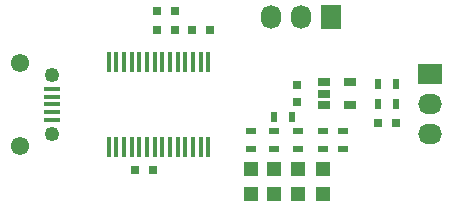
<source format=gts>
G04 #@! TF.FileFunction,Soldermask,Top*
%FSLAX46Y46*%
G04 Gerber Fmt 4.6, Leading zero omitted, Abs format (unit mm)*
G04 Created by KiCad (PCBNEW (2016-07-14 BZR 6980)-product) date Saturday, 16 July 2016 'AMt' 01:25:20*
%MOMM*%
%LPD*%
G01*
G04 APERTURE LIST*
%ADD10C,0.150000*%
%ADD11R,0.800000X0.750000*%
%ADD12R,0.750000X0.800000*%
%ADD13R,1.198880X1.198880*%
%ADD14R,1.727200X2.032000*%
%ADD15O,1.727200X2.032000*%
%ADD16R,1.350000X0.400000*%
%ADD17C,1.250000*%
%ADD18C,1.550000*%
%ADD19R,0.900000X0.500000*%
%ADD20R,0.500000X0.900000*%
%ADD21R,0.450000X1.750000*%
%ADD22R,1.060000X0.650000*%
%ADD23R,2.032000X1.727200*%
%ADD24O,2.032000X1.727200*%
G04 APERTURE END LIST*
D10*
D11*
X165350000Y-82700000D03*
X163850000Y-82700000D03*
X162350000Y-82700000D03*
X160850000Y-82700000D03*
D12*
X172700000Y-87350000D03*
X172700000Y-88850000D03*
D11*
X181100000Y-90600000D03*
X179600000Y-90600000D03*
D13*
X168800000Y-94500000D03*
X168800000Y-96598040D03*
X170800000Y-94500000D03*
X170800000Y-96598040D03*
X172800000Y-94500000D03*
X172800000Y-96598040D03*
D14*
X175640000Y-81600000D03*
D15*
X173100000Y-81600000D03*
X170560000Y-81600000D03*
D16*
X151962540Y-87699100D03*
X151962540Y-88349100D03*
X151962540Y-88999100D03*
X151962540Y-89649100D03*
X151962540Y-90299100D03*
D17*
X151962540Y-86499100D03*
X151962540Y-91499100D03*
D18*
X149262540Y-85499100D03*
X149262540Y-92499100D03*
D19*
X168800000Y-91300000D03*
X168800000Y-92800000D03*
X170800000Y-91300000D03*
X170800000Y-92800000D03*
X172800000Y-91300000D03*
X172800000Y-92800000D03*
X174900000Y-91300000D03*
X174900000Y-92800000D03*
D20*
X181100000Y-89000000D03*
X179600000Y-89000000D03*
X179600000Y-87300000D03*
X181100000Y-87300000D03*
D21*
X156775000Y-92600000D03*
X157425000Y-92600000D03*
X158075000Y-92600000D03*
X158725000Y-92600000D03*
X159375000Y-92600000D03*
X160025000Y-92600000D03*
X160675000Y-92600000D03*
X161325000Y-92600000D03*
X161975000Y-92600000D03*
X162625000Y-92600000D03*
X163275000Y-92600000D03*
X163925000Y-92600000D03*
X164575000Y-92600000D03*
X165225000Y-92600000D03*
X165225000Y-85400000D03*
X164575000Y-85400000D03*
X163925000Y-85400000D03*
X163275000Y-85400000D03*
X162625000Y-85400000D03*
X161975000Y-85400000D03*
X161325000Y-85400000D03*
X160675000Y-85400000D03*
X160025000Y-85400000D03*
X159375000Y-85400000D03*
X158725000Y-85400000D03*
X158075000Y-85400000D03*
X157425000Y-85400000D03*
X156775000Y-85400000D03*
D22*
X175000000Y-87150000D03*
X175000000Y-88100000D03*
X175000000Y-89050000D03*
X177200000Y-89050000D03*
X177200000Y-87150000D03*
D23*
X184000000Y-86460000D03*
D24*
X184000000Y-89000000D03*
X184000000Y-91540000D03*
D13*
X174900000Y-94501960D03*
X174900000Y-96600000D03*
D11*
X159000000Y-94600000D03*
X160500000Y-94600000D03*
X162350000Y-81100000D03*
X160850000Y-81100000D03*
D20*
X172300000Y-90100000D03*
X170800000Y-90100000D03*
D19*
X176600000Y-91300000D03*
X176600000Y-92800000D03*
M02*

</source>
